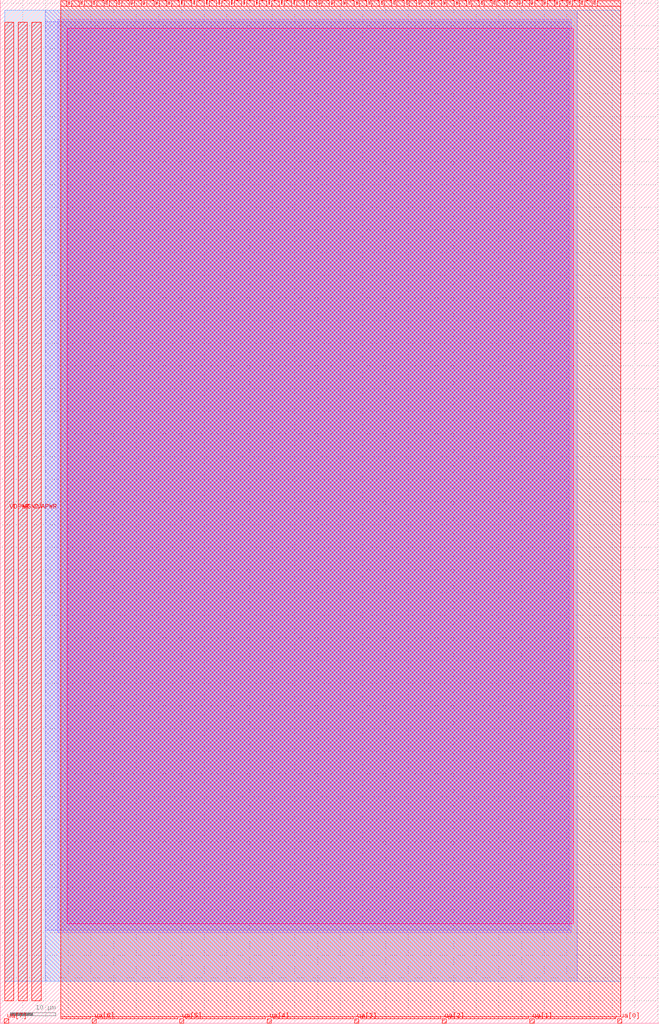
<source format=lef>
VERSION 5.7 ;
  NOWIREEXTENSIONATPIN ON ;
  DIVIDERCHAR "/" ;
  BUSBITCHARS "[]" ;
MACRO tt_um_rc_oscillators
  CLASS BLOCK ;
  FOREIGN tt_um_rc_oscillators ;
  ORIGIN 0.000 0.000 ;
  SIZE 145.360 BY 225.760 ;
  PIN clk
    DIRECTION INPUT ;
    USE SIGNAL ;
    PORT
      LAYER met4 ;
        RECT 128.190 224.760 128.490 225.760 ;
    END
  END clk
  PIN ena
    DIRECTION INPUT ;
    USE SIGNAL ;
    PORT
      LAYER met4 ;
        RECT 130.950 224.760 131.250 225.760 ;
    END
  END ena
  PIN rst_n
    DIRECTION INPUT ;
    USE SIGNAL ;
    PORT
      LAYER met4 ;
        RECT 125.430 224.760 125.730 225.760 ;
    END
  END rst_n
  PIN ua[0]
    DIRECTION INOUT ;
    USE SIGNAL ;
    ANTENNADIFFAREA 0.731800 ;
    PORT
      LAYER met4 ;
        RECT 136.170 0.000 137.070 1.000 ;
    END
  END ua[0]
  PIN ua[1]
    DIRECTION INOUT ;
    USE SIGNAL ;
    ANTENNADIFFAREA 0.556800 ;
    PORT
      LAYER met4 ;
        RECT 116.850 0.000 117.750 1.000 ;
    END
  END ua[1]
  PIN ua[2]
    DIRECTION INOUT ;
    USE SIGNAL ;
    PORT
      LAYER met4 ;
        RECT 97.530 0.000 98.430 1.000 ;
    END
  END ua[2]
  PIN ua[3]
    DIRECTION INOUT ;
    USE SIGNAL ;
    PORT
      LAYER met4 ;
        RECT 78.210 0.000 79.110 1.000 ;
    END
  END ua[3]
  PIN ua[4]
    DIRECTION INOUT ;
    USE SIGNAL ;
    PORT
      LAYER met4 ;
        RECT 58.890 0.000 59.790 1.000 ;
    END
  END ua[4]
  PIN ua[5]
    DIRECTION INOUT ;
    USE SIGNAL ;
    PORT
      LAYER met4 ;
        RECT 39.570 0.000 40.470 1.000 ;
    END
  END ua[5]
  PIN ua[6]
    DIRECTION INOUT ;
    USE SIGNAL ;
    PORT
      LAYER met4 ;
        RECT 20.250 0.000 21.150 1.000 ;
    END
  END ua[6]
  PIN ua[7]
    DIRECTION INOUT ;
    USE SIGNAL ;
    PORT
      LAYER met4 ;
        RECT 0.930 0.000 1.830 1.000 ;
    END
  END ua[7]
  PIN ui_in[0]
    DIRECTION INPUT ;
    USE SIGNAL ;
    ANTENNAGATEAREA 0.985500 ;
    ANTENNADIFFAREA 0.202500 ;
    PORT
      LAYER met4 ;
        RECT 122.670 224.760 122.970 225.760 ;
    END
  END ui_in[0]
  PIN ui_in[1]
    DIRECTION INPUT ;
    USE SIGNAL ;
    ANTENNAGATEAREA 1.060500 ;
    ANTENNADIFFAREA 0.202500 ;
    PORT
      LAYER met4 ;
        RECT 119.910 224.760 120.210 225.760 ;
    END
  END ui_in[1]
  PIN ui_in[2]
    DIRECTION INPUT ;
    USE SIGNAL ;
    ANTENNAGATEAREA 1.060500 ;
    ANTENNADIFFAREA 0.202500 ;
    PORT
      LAYER met4 ;
        RECT 117.150 224.760 117.450 225.760 ;
    END
  END ui_in[2]
  PIN ui_in[3]
    DIRECTION INPUT ;
    USE SIGNAL ;
    ANTENNAGATEAREA 1.060500 ;
    ANTENNADIFFAREA 0.202500 ;
    PORT
      LAYER met4 ;
        RECT 114.390 224.760 114.690 225.760 ;
    END
  END ui_in[3]
  PIN ui_in[4]
    DIRECTION INPUT ;
    USE SIGNAL ;
    ANTENNAGATEAREA 0.985500 ;
    ANTENNADIFFAREA 0.202500 ;
    PORT
      LAYER met4 ;
        RECT 111.630 224.760 111.930 225.760 ;
    END
  END ui_in[4]
  PIN ui_in[5]
    DIRECTION INPUT ;
    USE SIGNAL ;
    ANTENNAGATEAREA 0.985500 ;
    ANTENNADIFFAREA 0.202500 ;
    PORT
      LAYER met4 ;
        RECT 108.870 224.760 109.170 225.760 ;
    END
  END ui_in[5]
  PIN ui_in[6]
    DIRECTION INPUT ;
    USE SIGNAL ;
    PORT
      LAYER met4 ;
        RECT 106.110 224.760 106.410 225.760 ;
    END
  END ui_in[6]
  PIN ui_in[7]
    DIRECTION INPUT ;
    USE SIGNAL ;
    PORT
      LAYER met4 ;
        RECT 103.350 224.760 103.650 225.760 ;
    END
  END ui_in[7]
  PIN uio_in[0]
    DIRECTION INPUT ;
    USE SIGNAL ;
    PORT
      LAYER met4 ;
        RECT 100.590 224.760 100.890 225.760 ;
    END
  END uio_in[0]
  PIN uio_in[1]
    DIRECTION INPUT ;
    USE SIGNAL ;
    PORT
      LAYER met4 ;
        RECT 97.830 224.760 98.130 225.760 ;
    END
  END uio_in[1]
  PIN uio_in[2]
    DIRECTION INPUT ;
    USE SIGNAL ;
    PORT
      LAYER met4 ;
        RECT 95.070 224.760 95.370 225.760 ;
    END
  END uio_in[2]
  PIN uio_in[3]
    DIRECTION INPUT ;
    USE SIGNAL ;
    PORT
      LAYER met4 ;
        RECT 92.310 224.760 92.610 225.760 ;
    END
  END uio_in[3]
  PIN uio_in[4]
    DIRECTION INPUT ;
    USE SIGNAL ;
    PORT
      LAYER met4 ;
        RECT 89.550 224.760 89.850 225.760 ;
    END
  END uio_in[4]
  PIN uio_in[5]
    DIRECTION INPUT ;
    USE SIGNAL ;
    PORT
      LAYER met4 ;
        RECT 86.790 224.760 87.090 225.760 ;
    END
  END uio_in[5]
  PIN uio_in[6]
    DIRECTION INPUT ;
    USE SIGNAL ;
    PORT
      LAYER met4 ;
        RECT 84.030 224.760 84.330 225.760 ;
    END
  END uio_in[6]
  PIN uio_in[7]
    DIRECTION INPUT ;
    USE SIGNAL ;
    PORT
      LAYER met4 ;
        RECT 81.270 224.760 81.570 225.760 ;
    END
  END uio_in[7]
  PIN uio_oe[0]
    DIRECTION OUTPUT ;
    USE SIGNAL ;
    ANTENNADIFFAREA 1137.768188 ;
    PORT
      LAYER met4 ;
        RECT 34.350 224.760 34.650 225.760 ;
    END
  END uio_oe[0]
  PIN uio_oe[1]
    DIRECTION OUTPUT ;
    USE SIGNAL ;
    ANTENNADIFFAREA 1137.768188 ;
    PORT
      LAYER met4 ;
        RECT 31.590 224.760 31.890 225.760 ;
    END
  END uio_oe[1]
  PIN uio_oe[2]
    DIRECTION OUTPUT ;
    USE SIGNAL ;
    ANTENNADIFFAREA 1137.768188 ;
    PORT
      LAYER met4 ;
        RECT 28.830 224.760 29.130 225.760 ;
    END
  END uio_oe[2]
  PIN uio_oe[3]
    DIRECTION OUTPUT ;
    USE SIGNAL ;
    ANTENNADIFFAREA 1137.768188 ;
    PORT
      LAYER met4 ;
        RECT 26.070 224.760 26.370 225.760 ;
    END
  END uio_oe[3]
  PIN uio_oe[4]
    DIRECTION OUTPUT ;
    USE SIGNAL ;
    ANTENNADIFFAREA 1137.768188 ;
    PORT
      LAYER met4 ;
        RECT 23.310 224.760 23.610 225.760 ;
    END
  END uio_oe[4]
  PIN uio_oe[5]
    DIRECTION OUTPUT ;
    USE SIGNAL ;
    ANTENNADIFFAREA 1137.768188 ;
    PORT
      LAYER met4 ;
        RECT 20.550 224.760 20.850 225.760 ;
    END
  END uio_oe[5]
  PIN uio_oe[6]
    DIRECTION OUTPUT ;
    USE SIGNAL ;
    ANTENNADIFFAREA 1137.768188 ;
    PORT
      LAYER met4 ;
        RECT 17.790 224.760 18.090 225.760 ;
    END
  END uio_oe[6]
  PIN uio_oe[7]
    DIRECTION OUTPUT ;
    USE SIGNAL ;
    ANTENNADIFFAREA 1137.768188 ;
    PORT
      LAYER met4 ;
        RECT 15.030 224.760 15.330 225.760 ;
    END
  END uio_oe[7]
  PIN uio_out[0]
    DIRECTION OUTPUT ;
    USE SIGNAL ;
    ANTENNADIFFAREA 1137.768188 ;
    PORT
      LAYER met4 ;
        RECT 56.430 224.760 56.730 225.760 ;
    END
  END uio_out[0]
  PIN uio_out[1]
    DIRECTION OUTPUT ;
    USE SIGNAL ;
    ANTENNADIFFAREA 1137.768188 ;
    PORT
      LAYER met4 ;
        RECT 53.670 224.760 53.970 225.760 ;
    END
  END uio_out[1]
  PIN uio_out[2]
    DIRECTION OUTPUT ;
    USE SIGNAL ;
    ANTENNADIFFAREA 1137.768188 ;
    PORT
      LAYER met4 ;
        RECT 50.910 224.760 51.210 225.760 ;
    END
  END uio_out[2]
  PIN uio_out[3]
    DIRECTION OUTPUT ;
    USE SIGNAL ;
    ANTENNADIFFAREA 1137.768188 ;
    PORT
      LAYER met4 ;
        RECT 48.150 224.760 48.450 225.760 ;
    END
  END uio_out[3]
  PIN uio_out[4]
    DIRECTION OUTPUT ;
    USE SIGNAL ;
    ANTENNADIFFAREA 1137.768188 ;
    PORT
      LAYER met4 ;
        RECT 45.390 224.760 45.690 225.760 ;
    END
  END uio_out[4]
  PIN uio_out[5]
    DIRECTION OUTPUT ;
    USE SIGNAL ;
    ANTENNADIFFAREA 1137.768188 ;
    PORT
      LAYER met4 ;
        RECT 42.630 224.760 42.930 225.760 ;
    END
  END uio_out[5]
  PIN uio_out[6]
    DIRECTION OUTPUT ;
    USE SIGNAL ;
    ANTENNADIFFAREA 1137.768188 ;
    PORT
      LAYER met4 ;
        RECT 39.870 224.760 40.170 225.760 ;
    END
  END uio_out[6]
  PIN uio_out[7]
    DIRECTION OUTPUT ;
    USE SIGNAL ;
    ANTENNADIFFAREA 1137.768188 ;
    PORT
      LAYER met4 ;
        RECT 37.110 224.760 37.410 225.760 ;
    END
  END uio_out[7]
  PIN uo_out[0]
    DIRECTION OUTPUT ;
    USE SIGNAL ;
    ANTENNADIFFAREA 0.556800 ;
    PORT
      LAYER met4 ;
        RECT 78.510 224.760 78.810 225.760 ;
    END
  END uo_out[0]
  PIN uo_out[1]
    DIRECTION OUTPUT ;
    USE SIGNAL ;
    ANTENNADIFFAREA 0.556800 ;
    PORT
      LAYER met4 ;
        RECT 75.750 224.760 76.050 225.760 ;
    END
  END uo_out[1]
  PIN uo_out[2]
    DIRECTION OUTPUT ;
    USE SIGNAL ;
    ANTENNADIFFAREA 0.731800 ;
    PORT
      LAYER met4 ;
        RECT 72.990 224.760 73.290 225.760 ;
    END
  END uo_out[2]
  PIN uo_out[3]
    DIRECTION OUTPUT ;
    USE SIGNAL ;
    ANTENNADIFFAREA 0.731800 ;
    PORT
      LAYER met4 ;
        RECT 70.230 224.760 70.530 225.760 ;
    END
  END uo_out[3]
  PIN uo_out[4]
    DIRECTION OUTPUT ;
    USE SIGNAL ;
    ANTENNADIFFAREA 1137.768188 ;
    PORT
      LAYER met4 ;
        RECT 67.470 224.760 67.770 225.760 ;
    END
  END uo_out[4]
  PIN uo_out[5]
    DIRECTION OUTPUT ;
    USE SIGNAL ;
    ANTENNADIFFAREA 1137.768188 ;
    PORT
      LAYER met4 ;
        RECT 64.710 224.760 65.010 225.760 ;
    END
  END uo_out[5]
  PIN uo_out[6]
    DIRECTION OUTPUT ;
    USE SIGNAL ;
    ANTENNADIFFAREA 1137.768188 ;
    PORT
      LAYER met4 ;
        RECT 61.950 224.760 62.250 225.760 ;
    END
  END uo_out[6]
  PIN uo_out[7]
    DIRECTION OUTPUT ;
    USE SIGNAL ;
    ANTENNADIFFAREA 1137.768188 ;
    PORT
      LAYER met4 ;
        RECT 59.190 224.760 59.490 225.760 ;
    END
  END uo_out[7]
  PIN VDPWR
    DIRECTION INOUT ;
    USE POWER ;
    PORT
      LAYER met4 ;
        RECT 1.000 5.000 3.000 220.760 ;
    END
  END VDPWR
  PIN VGND
    DIRECTION INOUT ;
    USE GROUND ;
    PORT
      LAYER met4 ;
        RECT 4.000 5.000 6.000 220.760 ;
    END
  END VGND
  PIN VAPWR
    DIRECTION INOUT ;
    USE POWER ;
    PORT
      LAYER met4 ;
        RECT 7.000 5.000 9.000 220.760 ;
    END
  END VAPWR
  OBS
      LAYER nwell ;
        RECT 14.740 22.000 126.420 219.490 ;
      LAYER li1 ;
        RECT 12.705 20.015 125.980 221.445 ;
      LAYER met1 ;
        RECT 9.880 20.515 125.475 220.930 ;
      LAYER met2 ;
        RECT 9.910 9.295 127.280 223.415 ;
      LAYER met3 ;
        RECT 1.000 9.315 136.850 223.395 ;
      LAYER met4 ;
        RECT 13.350 224.360 14.630 225.530 ;
        RECT 15.730 224.360 17.390 225.530 ;
        RECT 18.490 224.360 20.150 225.530 ;
        RECT 21.250 224.360 22.910 225.530 ;
        RECT 24.010 224.360 25.670 225.530 ;
        RECT 26.770 224.360 28.430 225.530 ;
        RECT 29.530 224.360 31.190 225.530 ;
        RECT 32.290 224.360 33.950 225.530 ;
        RECT 35.050 224.360 36.710 225.530 ;
        RECT 37.810 224.360 39.470 225.530 ;
        RECT 40.570 224.360 42.230 225.530 ;
        RECT 43.330 224.360 44.990 225.530 ;
        RECT 46.090 224.360 47.750 225.530 ;
        RECT 48.850 224.360 50.510 225.530 ;
        RECT 51.610 224.360 53.270 225.530 ;
        RECT 54.370 224.360 56.030 225.530 ;
        RECT 57.130 224.360 58.790 225.530 ;
        RECT 59.890 224.360 61.550 225.530 ;
        RECT 62.650 224.360 64.310 225.530 ;
        RECT 65.410 224.360 67.070 225.530 ;
        RECT 68.170 224.360 69.830 225.530 ;
        RECT 70.930 224.360 72.590 225.530 ;
        RECT 73.690 224.360 75.350 225.530 ;
        RECT 76.450 224.360 78.110 225.530 ;
        RECT 79.210 224.360 80.870 225.530 ;
        RECT 81.970 224.360 83.630 225.530 ;
        RECT 84.730 224.360 86.390 225.530 ;
        RECT 87.490 224.360 89.150 225.530 ;
        RECT 90.250 224.360 91.910 225.530 ;
        RECT 93.010 224.360 94.670 225.530 ;
        RECT 95.770 224.360 97.430 225.530 ;
        RECT 98.530 224.360 100.190 225.530 ;
        RECT 101.290 224.360 102.950 225.530 ;
        RECT 104.050 224.360 105.710 225.530 ;
        RECT 106.810 224.360 108.470 225.530 ;
        RECT 109.570 224.360 111.230 225.530 ;
        RECT 112.330 224.360 113.990 225.530 ;
        RECT 115.090 224.360 116.750 225.530 ;
        RECT 117.850 224.360 119.510 225.530 ;
        RECT 120.610 224.360 122.270 225.530 ;
        RECT 123.370 224.360 125.030 225.530 ;
        RECT 126.130 224.360 127.790 225.530 ;
        RECT 128.890 224.360 130.550 225.530 ;
        RECT 131.650 224.360 136.825 225.530 ;
        RECT 13.350 1.400 136.825 224.360 ;
        RECT 13.350 1.000 19.850 1.400 ;
        RECT 21.550 1.000 39.170 1.400 ;
        RECT 40.870 1.000 58.490 1.400 ;
        RECT 60.190 1.000 77.810 1.400 ;
        RECT 79.510 1.000 97.130 1.400 ;
        RECT 98.830 1.000 116.450 1.400 ;
        RECT 118.150 1.000 135.770 1.400 ;
  END
END tt_um_rc_oscillators
END LIBRARY


</source>
